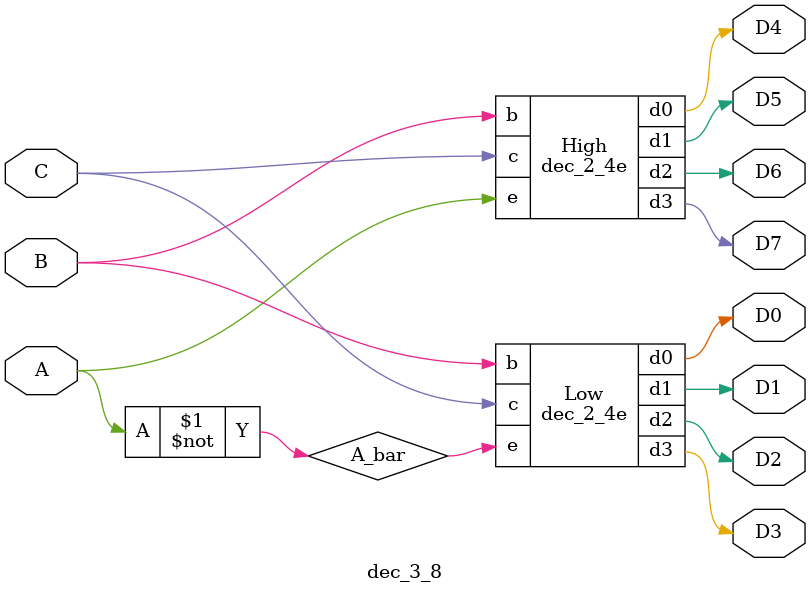
<source format=v>
`timescale 1ns / 1ps


module dec_2_4e(b,c,e,d0,d1,d2,d3);
    input b, c, e;
    output d0, d1,d2,d3;
    wire b_bar, c_bar;
    not not_1(b_bar, b);
    not not_2(c_bar, c);
    
    and and_0(d0, e, b_bar, c_bar);
    and and_1(d1, e, b_bar, c   );
    and and_2(d2, e, b,     c_bar);
    and and_3(d3, e, b,     c   );
    
endmodule


module dec_3_8(A, B, C, D0, D1, D2, D3, D4,D5, D6, D7);
    input A, B, C;
    output D0, D1, D2, D3, D4, D5, D6,D7;
    wire A_bar;
    not not_1(A_bar, A);
    
    dec_2_4e Low (B, C, A_bar, D0, D1, D2,D3);
    dec_2_4e High(B, C, A   ,  D4, D5, D6, D7);
endmodule



</source>
